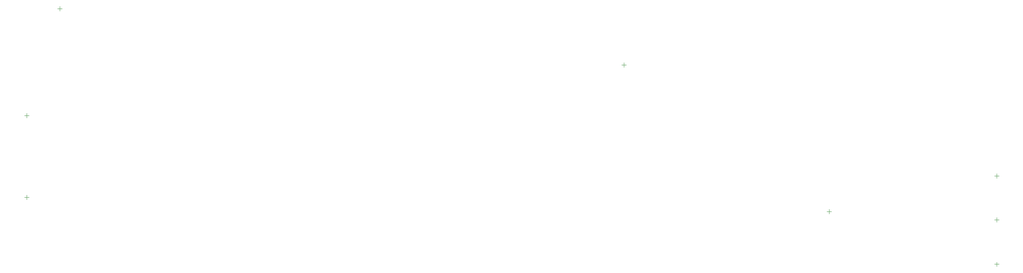
<source format=gbr>
%TF.GenerationSoftware,Altium Limited,Altium Designer,24.3.1 (35)*%
G04 Layer_Color=32768*
%FSLAX43Y43*%
%MOMM*%
%TF.SameCoordinates,2EF1D394-34E5-4190-8ABA-250447B0B6E5*%
%TF.FilePolarity,Positive*%
%TF.FileFunction,Other,Top_Component_Center*%
%TF.Part,Single*%
G01*
G75*
%TA.AperFunction,NonConductor*%
%ADD129C,0.100*%
%ADD138C,0.050*%
D129*
X12500Y72425D02*
Y73425D01*
X12000Y72925D02*
X13000D01*
X139600Y59725D02*
Y60725D01*
X139100Y60225D02*
X140100D01*
X185300Y27150D02*
X186300D01*
X185800Y26650D02*
Y27650D01*
D138*
X223541Y14750D02*
Y15750D01*
X223041Y15250D02*
X224041D01*
X4550Y48825D02*
X5550D01*
X5050Y48325D02*
Y49325D01*
X4575Y30375D02*
X5575D01*
X5075Y29875D02*
Y30875D01*
X223041Y25250D02*
X224041D01*
X223541Y24750D02*
Y25750D01*
X223041Y35175D02*
X224041D01*
X223541Y34675D02*
Y35675D01*
%TF.MD5,5d108448a9aa5702427b81ad8d7c8195*%
M02*

</source>
